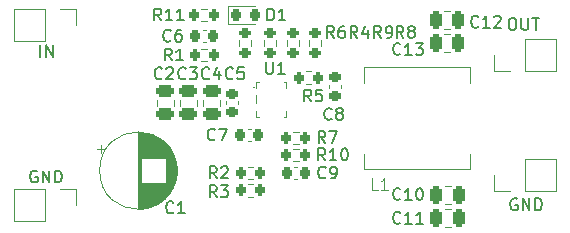
<source format=gto>
G04 #@! TF.GenerationSoftware,KiCad,Pcbnew,8.0.5*
G04 #@! TF.CreationDate,2024-10-13T18:51:58+02:00*
G04 #@! TF.ProjectId,DCDC_converter,44434443-5f63-46f6-9e76-65727465722e,rev?*
G04 #@! TF.SameCoordinates,Original*
G04 #@! TF.FileFunction,Legend,Top*
G04 #@! TF.FilePolarity,Positive*
%FSLAX46Y46*%
G04 Gerber Fmt 4.6, Leading zero omitted, Abs format (unit mm)*
G04 Created by KiCad (PCBNEW 8.0.5) date 2024-10-13 18:51:58*
%MOMM*%
%LPD*%
G01*
G04 APERTURE LIST*
G04 Aperture macros list*
%AMRoundRect*
0 Rectangle with rounded corners*
0 $1 Rounding radius*
0 $2 $3 $4 $5 $6 $7 $8 $9 X,Y pos of 4 corners*
0 Add a 4 corners polygon primitive as box body*
4,1,4,$2,$3,$4,$5,$6,$7,$8,$9,$2,$3,0*
0 Add four circle primitives for the rounded corners*
1,1,$1+$1,$2,$3*
1,1,$1+$1,$4,$5*
1,1,$1+$1,$6,$7*
1,1,$1+$1,$8,$9*
0 Add four rect primitives between the rounded corners*
20,1,$1+$1,$2,$3,$4,$5,0*
20,1,$1+$1,$4,$5,$6,$7,0*
20,1,$1+$1,$6,$7,$8,$9,0*
20,1,$1+$1,$8,$9,$2,$3,0*%
G04 Aperture macros list end*
%ADD10C,0.150000*%
%ADD11C,0.100000*%
%ADD12C,0.120000*%
%ADD13C,0.049999*%
%ADD14R,2.413000X5.334000*%
%ADD15C,1.000000*%
%ADD16RoundRect,0.250000X0.250000X0.475000X-0.250000X0.475000X-0.250000X-0.475000X0.250000X-0.475000X0*%
%ADD17RoundRect,0.200000X-0.200000X-0.275000X0.200000X-0.275000X0.200000X0.275000X-0.200000X0.275000X0*%
%ADD18RoundRect,0.250000X-0.475000X0.250000X-0.475000X-0.250000X0.475000X-0.250000X0.475000X0.250000X0*%
%ADD19RoundRect,0.200000X-0.275000X0.200000X-0.275000X-0.200000X0.275000X-0.200000X0.275000X0.200000X0*%
%ADD20RoundRect,0.200000X0.275000X-0.200000X0.275000X0.200000X-0.275000X0.200000X-0.275000X-0.200000X0*%
%ADD21RoundRect,0.225000X0.225000X0.250000X-0.225000X0.250000X-0.225000X-0.250000X0.225000X-0.250000X0*%
%ADD22O,1.700000X1.700000*%
%ADD23R,1.700000X1.700000*%
%ADD24RoundRect,0.200000X0.200000X0.275000X-0.200000X0.275000X-0.200000X-0.275000X0.200000X-0.275000X0*%
%ADD25R,1.600000X1.600000*%
%ADD26C,1.600000*%
%ADD27RoundRect,0.218750X-0.218750X-0.256250X0.218750X-0.256250X0.218750X0.256250X-0.218750X0.256250X0*%
%ADD28RoundRect,0.225000X0.250000X-0.225000X0.250000X0.225000X-0.250000X0.225000X-0.250000X-0.225000X0*%
%ADD29RoundRect,0.225000X-0.250000X0.225000X-0.250000X-0.225000X0.250000X-0.225000X0.250000X0.225000X0*%
%ADD30R,1.500000X0.300000*%
%ADD31R,0.250000X0.700000*%
%ADD32R,0.700000X0.300000*%
G04 APERTURE END LIST*
D10*
X94635588Y-66842438D02*
X94540350Y-66794819D01*
X94540350Y-66794819D02*
X94397493Y-66794819D01*
X94397493Y-66794819D02*
X94254636Y-66842438D01*
X94254636Y-66842438D02*
X94159398Y-66937676D01*
X94159398Y-66937676D02*
X94111779Y-67032914D01*
X94111779Y-67032914D02*
X94064160Y-67223390D01*
X94064160Y-67223390D02*
X94064160Y-67366247D01*
X94064160Y-67366247D02*
X94111779Y-67556723D01*
X94111779Y-67556723D02*
X94159398Y-67651961D01*
X94159398Y-67651961D02*
X94254636Y-67747200D01*
X94254636Y-67747200D02*
X94397493Y-67794819D01*
X94397493Y-67794819D02*
X94492731Y-67794819D01*
X94492731Y-67794819D02*
X94635588Y-67747200D01*
X94635588Y-67747200D02*
X94683207Y-67699580D01*
X94683207Y-67699580D02*
X94683207Y-67366247D01*
X94683207Y-67366247D02*
X94492731Y-67366247D01*
X95111779Y-67794819D02*
X95111779Y-66794819D01*
X95111779Y-66794819D02*
X95683207Y-67794819D01*
X95683207Y-67794819D02*
X95683207Y-66794819D01*
X96159398Y-67794819D02*
X96159398Y-66794819D01*
X96159398Y-66794819D02*
X96397493Y-66794819D01*
X96397493Y-66794819D02*
X96540350Y-66842438D01*
X96540350Y-66842438D02*
X96635588Y-66937676D01*
X96635588Y-66937676D02*
X96683207Y-67032914D01*
X96683207Y-67032914D02*
X96730826Y-67223390D01*
X96730826Y-67223390D02*
X96730826Y-67366247D01*
X96730826Y-67366247D02*
X96683207Y-67556723D01*
X96683207Y-67556723D02*
X96635588Y-67651961D01*
X96635588Y-67651961D02*
X96540350Y-67747200D01*
X96540350Y-67747200D02*
X96397493Y-67794819D01*
X96397493Y-67794819D02*
X96159398Y-67794819D01*
X53985588Y-64492438D02*
X53890350Y-64444819D01*
X53890350Y-64444819D02*
X53747493Y-64444819D01*
X53747493Y-64444819D02*
X53604636Y-64492438D01*
X53604636Y-64492438D02*
X53509398Y-64587676D01*
X53509398Y-64587676D02*
X53461779Y-64682914D01*
X53461779Y-64682914D02*
X53414160Y-64873390D01*
X53414160Y-64873390D02*
X53414160Y-65016247D01*
X53414160Y-65016247D02*
X53461779Y-65206723D01*
X53461779Y-65206723D02*
X53509398Y-65301961D01*
X53509398Y-65301961D02*
X53604636Y-65397200D01*
X53604636Y-65397200D02*
X53747493Y-65444819D01*
X53747493Y-65444819D02*
X53842731Y-65444819D01*
X53842731Y-65444819D02*
X53985588Y-65397200D01*
X53985588Y-65397200D02*
X54033207Y-65349580D01*
X54033207Y-65349580D02*
X54033207Y-65016247D01*
X54033207Y-65016247D02*
X53842731Y-65016247D01*
X54461779Y-65444819D02*
X54461779Y-64444819D01*
X54461779Y-64444819D02*
X55033207Y-65444819D01*
X55033207Y-65444819D02*
X55033207Y-64444819D01*
X55509398Y-65444819D02*
X55509398Y-64444819D01*
X55509398Y-64444819D02*
X55747493Y-64444819D01*
X55747493Y-64444819D02*
X55890350Y-64492438D01*
X55890350Y-64492438D02*
X55985588Y-64587676D01*
X55985588Y-64587676D02*
X56033207Y-64682914D01*
X56033207Y-64682914D02*
X56080826Y-64873390D01*
X56080826Y-64873390D02*
X56080826Y-65016247D01*
X56080826Y-65016247D02*
X56033207Y-65206723D01*
X56033207Y-65206723D02*
X55985588Y-65301961D01*
X55985588Y-65301961D02*
X55890350Y-65397200D01*
X55890350Y-65397200D02*
X55747493Y-65444819D01*
X55747493Y-65444819D02*
X55509398Y-65444819D01*
X94152255Y-51519819D02*
X94342731Y-51519819D01*
X94342731Y-51519819D02*
X94437969Y-51567438D01*
X94437969Y-51567438D02*
X94533207Y-51662676D01*
X94533207Y-51662676D02*
X94580826Y-51853152D01*
X94580826Y-51853152D02*
X94580826Y-52186485D01*
X94580826Y-52186485D02*
X94533207Y-52376961D01*
X94533207Y-52376961D02*
X94437969Y-52472200D01*
X94437969Y-52472200D02*
X94342731Y-52519819D01*
X94342731Y-52519819D02*
X94152255Y-52519819D01*
X94152255Y-52519819D02*
X94057017Y-52472200D01*
X94057017Y-52472200D02*
X93961779Y-52376961D01*
X93961779Y-52376961D02*
X93914160Y-52186485D01*
X93914160Y-52186485D02*
X93914160Y-51853152D01*
X93914160Y-51853152D02*
X93961779Y-51662676D01*
X93961779Y-51662676D02*
X94057017Y-51567438D01*
X94057017Y-51567438D02*
X94152255Y-51519819D01*
X95009398Y-51519819D02*
X95009398Y-52329342D01*
X95009398Y-52329342D02*
X95057017Y-52424580D01*
X95057017Y-52424580D02*
X95104636Y-52472200D01*
X95104636Y-52472200D02*
X95199874Y-52519819D01*
X95199874Y-52519819D02*
X95390350Y-52519819D01*
X95390350Y-52519819D02*
X95485588Y-52472200D01*
X95485588Y-52472200D02*
X95533207Y-52424580D01*
X95533207Y-52424580D02*
X95580826Y-52329342D01*
X95580826Y-52329342D02*
X95580826Y-51519819D01*
X95914160Y-51519819D02*
X96485588Y-51519819D01*
X96199874Y-52519819D02*
X96199874Y-51519819D01*
X54286779Y-54819819D02*
X54286779Y-53819819D01*
X54762969Y-54819819D02*
X54762969Y-53819819D01*
X54762969Y-53819819D02*
X55334397Y-54819819D01*
X55334397Y-54819819D02*
X55334397Y-53819819D01*
D11*
X82833333Y-66057419D02*
X82357143Y-66057419D01*
X82357143Y-66057419D02*
X82357143Y-65057419D01*
X83690476Y-66057419D02*
X83119048Y-66057419D01*
X83404762Y-66057419D02*
X83404762Y-65057419D01*
X83404762Y-65057419D02*
X83309524Y-65200276D01*
X83309524Y-65200276D02*
X83214286Y-65295514D01*
X83214286Y-65295514D02*
X83119048Y-65343133D01*
D10*
X84757142Y-54559580D02*
X84709523Y-54607200D01*
X84709523Y-54607200D02*
X84566666Y-54654819D01*
X84566666Y-54654819D02*
X84471428Y-54654819D01*
X84471428Y-54654819D02*
X84328571Y-54607200D01*
X84328571Y-54607200D02*
X84233333Y-54511961D01*
X84233333Y-54511961D02*
X84185714Y-54416723D01*
X84185714Y-54416723D02*
X84138095Y-54226247D01*
X84138095Y-54226247D02*
X84138095Y-54083390D01*
X84138095Y-54083390D02*
X84185714Y-53892914D01*
X84185714Y-53892914D02*
X84233333Y-53797676D01*
X84233333Y-53797676D02*
X84328571Y-53702438D01*
X84328571Y-53702438D02*
X84471428Y-53654819D01*
X84471428Y-53654819D02*
X84566666Y-53654819D01*
X84566666Y-53654819D02*
X84709523Y-53702438D01*
X84709523Y-53702438D02*
X84757142Y-53750057D01*
X85709523Y-54654819D02*
X85138095Y-54654819D01*
X85423809Y-54654819D02*
X85423809Y-53654819D01*
X85423809Y-53654819D02*
X85328571Y-53797676D01*
X85328571Y-53797676D02*
X85233333Y-53892914D01*
X85233333Y-53892914D02*
X85138095Y-53940533D01*
X86042857Y-53654819D02*
X86661904Y-53654819D01*
X86661904Y-53654819D02*
X86328571Y-54035771D01*
X86328571Y-54035771D02*
X86471428Y-54035771D01*
X86471428Y-54035771D02*
X86566666Y-54083390D01*
X86566666Y-54083390D02*
X86614285Y-54131009D01*
X86614285Y-54131009D02*
X86661904Y-54226247D01*
X86661904Y-54226247D02*
X86661904Y-54464342D01*
X86661904Y-54464342D02*
X86614285Y-54559580D01*
X86614285Y-54559580D02*
X86566666Y-54607200D01*
X86566666Y-54607200D02*
X86471428Y-54654819D01*
X86471428Y-54654819D02*
X86185714Y-54654819D01*
X86185714Y-54654819D02*
X86090476Y-54607200D01*
X86090476Y-54607200D02*
X86042857Y-54559580D01*
X64494642Y-51729819D02*
X64161309Y-51253628D01*
X63923214Y-51729819D02*
X63923214Y-50729819D01*
X63923214Y-50729819D02*
X64304166Y-50729819D01*
X64304166Y-50729819D02*
X64399404Y-50777438D01*
X64399404Y-50777438D02*
X64447023Y-50825057D01*
X64447023Y-50825057D02*
X64494642Y-50920295D01*
X64494642Y-50920295D02*
X64494642Y-51063152D01*
X64494642Y-51063152D02*
X64447023Y-51158390D01*
X64447023Y-51158390D02*
X64399404Y-51206009D01*
X64399404Y-51206009D02*
X64304166Y-51253628D01*
X64304166Y-51253628D02*
X63923214Y-51253628D01*
X65447023Y-51729819D02*
X64875595Y-51729819D01*
X65161309Y-51729819D02*
X65161309Y-50729819D01*
X65161309Y-50729819D02*
X65066071Y-50872676D01*
X65066071Y-50872676D02*
X64970833Y-50967914D01*
X64970833Y-50967914D02*
X64875595Y-51015533D01*
X66399404Y-51729819D02*
X65827976Y-51729819D01*
X66113690Y-51729819D02*
X66113690Y-50729819D01*
X66113690Y-50729819D02*
X66018452Y-50872676D01*
X66018452Y-50872676D02*
X65923214Y-50967914D01*
X65923214Y-50967914D02*
X65827976Y-51015533D01*
X68570833Y-56609580D02*
X68523214Y-56657200D01*
X68523214Y-56657200D02*
X68380357Y-56704819D01*
X68380357Y-56704819D02*
X68285119Y-56704819D01*
X68285119Y-56704819D02*
X68142262Y-56657200D01*
X68142262Y-56657200D02*
X68047024Y-56561961D01*
X68047024Y-56561961D02*
X67999405Y-56466723D01*
X67999405Y-56466723D02*
X67951786Y-56276247D01*
X67951786Y-56276247D02*
X67951786Y-56133390D01*
X67951786Y-56133390D02*
X67999405Y-55942914D01*
X67999405Y-55942914D02*
X68047024Y-55847676D01*
X68047024Y-55847676D02*
X68142262Y-55752438D01*
X68142262Y-55752438D02*
X68285119Y-55704819D01*
X68285119Y-55704819D02*
X68380357Y-55704819D01*
X68380357Y-55704819D02*
X68523214Y-55752438D01*
X68523214Y-55752438D02*
X68570833Y-55800057D01*
X69427976Y-56038152D02*
X69427976Y-56704819D01*
X69189881Y-55657200D02*
X68951786Y-56371485D01*
X68951786Y-56371485D02*
X69570833Y-56371485D01*
X84762142Y-68839580D02*
X84714523Y-68887200D01*
X84714523Y-68887200D02*
X84571666Y-68934819D01*
X84571666Y-68934819D02*
X84476428Y-68934819D01*
X84476428Y-68934819D02*
X84333571Y-68887200D01*
X84333571Y-68887200D02*
X84238333Y-68791961D01*
X84238333Y-68791961D02*
X84190714Y-68696723D01*
X84190714Y-68696723D02*
X84143095Y-68506247D01*
X84143095Y-68506247D02*
X84143095Y-68363390D01*
X84143095Y-68363390D02*
X84190714Y-68172914D01*
X84190714Y-68172914D02*
X84238333Y-68077676D01*
X84238333Y-68077676D02*
X84333571Y-67982438D01*
X84333571Y-67982438D02*
X84476428Y-67934819D01*
X84476428Y-67934819D02*
X84571666Y-67934819D01*
X84571666Y-67934819D02*
X84714523Y-67982438D01*
X84714523Y-67982438D02*
X84762142Y-68030057D01*
X85714523Y-68934819D02*
X85143095Y-68934819D01*
X85428809Y-68934819D02*
X85428809Y-67934819D01*
X85428809Y-67934819D02*
X85333571Y-68077676D01*
X85333571Y-68077676D02*
X85238333Y-68172914D01*
X85238333Y-68172914D02*
X85143095Y-68220533D01*
X86666904Y-68934819D02*
X86095476Y-68934819D01*
X86381190Y-68934819D02*
X86381190Y-67934819D01*
X86381190Y-67934819D02*
X86285952Y-68077676D01*
X86285952Y-68077676D02*
X86190714Y-68172914D01*
X86190714Y-68172914D02*
X86095476Y-68220533D01*
X85020833Y-53204819D02*
X84687500Y-52728628D01*
X84449405Y-53204819D02*
X84449405Y-52204819D01*
X84449405Y-52204819D02*
X84830357Y-52204819D01*
X84830357Y-52204819D02*
X84925595Y-52252438D01*
X84925595Y-52252438D02*
X84973214Y-52300057D01*
X84973214Y-52300057D02*
X85020833Y-52395295D01*
X85020833Y-52395295D02*
X85020833Y-52538152D01*
X85020833Y-52538152D02*
X84973214Y-52633390D01*
X84973214Y-52633390D02*
X84925595Y-52681009D01*
X84925595Y-52681009D02*
X84830357Y-52728628D01*
X84830357Y-52728628D02*
X84449405Y-52728628D01*
X85592262Y-52633390D02*
X85497024Y-52585771D01*
X85497024Y-52585771D02*
X85449405Y-52538152D01*
X85449405Y-52538152D02*
X85401786Y-52442914D01*
X85401786Y-52442914D02*
X85401786Y-52395295D01*
X85401786Y-52395295D02*
X85449405Y-52300057D01*
X85449405Y-52300057D02*
X85497024Y-52252438D01*
X85497024Y-52252438D02*
X85592262Y-52204819D01*
X85592262Y-52204819D02*
X85782738Y-52204819D01*
X85782738Y-52204819D02*
X85877976Y-52252438D01*
X85877976Y-52252438D02*
X85925595Y-52300057D01*
X85925595Y-52300057D02*
X85973214Y-52395295D01*
X85973214Y-52395295D02*
X85973214Y-52442914D01*
X85973214Y-52442914D02*
X85925595Y-52538152D01*
X85925595Y-52538152D02*
X85877976Y-52585771D01*
X85877976Y-52585771D02*
X85782738Y-52633390D01*
X85782738Y-52633390D02*
X85592262Y-52633390D01*
X85592262Y-52633390D02*
X85497024Y-52681009D01*
X85497024Y-52681009D02*
X85449405Y-52728628D01*
X85449405Y-52728628D02*
X85401786Y-52823866D01*
X85401786Y-52823866D02*
X85401786Y-53014342D01*
X85401786Y-53014342D02*
X85449405Y-53109580D01*
X85449405Y-53109580D02*
X85497024Y-53157200D01*
X85497024Y-53157200D02*
X85592262Y-53204819D01*
X85592262Y-53204819D02*
X85782738Y-53204819D01*
X85782738Y-53204819D02*
X85877976Y-53157200D01*
X85877976Y-53157200D02*
X85925595Y-53109580D01*
X85925595Y-53109580D02*
X85973214Y-53014342D01*
X85973214Y-53014342D02*
X85973214Y-52823866D01*
X85973214Y-52823866D02*
X85925595Y-52728628D01*
X85925595Y-52728628D02*
X85877976Y-52681009D01*
X85877976Y-52681009D02*
X85782738Y-52633390D01*
X81120833Y-53204819D02*
X80787500Y-52728628D01*
X80549405Y-53204819D02*
X80549405Y-52204819D01*
X80549405Y-52204819D02*
X80930357Y-52204819D01*
X80930357Y-52204819D02*
X81025595Y-52252438D01*
X81025595Y-52252438D02*
X81073214Y-52300057D01*
X81073214Y-52300057D02*
X81120833Y-52395295D01*
X81120833Y-52395295D02*
X81120833Y-52538152D01*
X81120833Y-52538152D02*
X81073214Y-52633390D01*
X81073214Y-52633390D02*
X81025595Y-52681009D01*
X81025595Y-52681009D02*
X80930357Y-52728628D01*
X80930357Y-52728628D02*
X80549405Y-52728628D01*
X81977976Y-52538152D02*
X81977976Y-53204819D01*
X81739881Y-52157200D02*
X81501786Y-52871485D01*
X81501786Y-52871485D02*
X82120833Y-52871485D01*
X65305833Y-53419580D02*
X65258214Y-53467200D01*
X65258214Y-53467200D02*
X65115357Y-53514819D01*
X65115357Y-53514819D02*
X65020119Y-53514819D01*
X65020119Y-53514819D02*
X64877262Y-53467200D01*
X64877262Y-53467200D02*
X64782024Y-53371961D01*
X64782024Y-53371961D02*
X64734405Y-53276723D01*
X64734405Y-53276723D02*
X64686786Y-53086247D01*
X64686786Y-53086247D02*
X64686786Y-52943390D01*
X64686786Y-52943390D02*
X64734405Y-52752914D01*
X64734405Y-52752914D02*
X64782024Y-52657676D01*
X64782024Y-52657676D02*
X64877262Y-52562438D01*
X64877262Y-52562438D02*
X65020119Y-52514819D01*
X65020119Y-52514819D02*
X65115357Y-52514819D01*
X65115357Y-52514819D02*
X65258214Y-52562438D01*
X65258214Y-52562438D02*
X65305833Y-52610057D01*
X66162976Y-52514819D02*
X65972500Y-52514819D01*
X65972500Y-52514819D02*
X65877262Y-52562438D01*
X65877262Y-52562438D02*
X65829643Y-52610057D01*
X65829643Y-52610057D02*
X65734405Y-52752914D01*
X65734405Y-52752914D02*
X65686786Y-52943390D01*
X65686786Y-52943390D02*
X65686786Y-53324342D01*
X65686786Y-53324342D02*
X65734405Y-53419580D01*
X65734405Y-53419580D02*
X65782024Y-53467200D01*
X65782024Y-53467200D02*
X65877262Y-53514819D01*
X65877262Y-53514819D02*
X66067738Y-53514819D01*
X66067738Y-53514819D02*
X66162976Y-53467200D01*
X66162976Y-53467200D02*
X66210595Y-53419580D01*
X66210595Y-53419580D02*
X66258214Y-53324342D01*
X66258214Y-53324342D02*
X66258214Y-53086247D01*
X66258214Y-53086247D02*
X66210595Y-52991009D01*
X66210595Y-52991009D02*
X66162976Y-52943390D01*
X66162976Y-52943390D02*
X66067738Y-52895771D01*
X66067738Y-52895771D02*
X65877262Y-52895771D01*
X65877262Y-52895771D02*
X65782024Y-52943390D01*
X65782024Y-52943390D02*
X65734405Y-52991009D01*
X65734405Y-52991009D02*
X65686786Y-53086247D01*
X69205833Y-65089819D02*
X68872500Y-64613628D01*
X68634405Y-65089819D02*
X68634405Y-64089819D01*
X68634405Y-64089819D02*
X69015357Y-64089819D01*
X69015357Y-64089819D02*
X69110595Y-64137438D01*
X69110595Y-64137438D02*
X69158214Y-64185057D01*
X69158214Y-64185057D02*
X69205833Y-64280295D01*
X69205833Y-64280295D02*
X69205833Y-64423152D01*
X69205833Y-64423152D02*
X69158214Y-64518390D01*
X69158214Y-64518390D02*
X69110595Y-64566009D01*
X69110595Y-64566009D02*
X69015357Y-64613628D01*
X69015357Y-64613628D02*
X68634405Y-64613628D01*
X69586786Y-64185057D02*
X69634405Y-64137438D01*
X69634405Y-64137438D02*
X69729643Y-64089819D01*
X69729643Y-64089819D02*
X69967738Y-64089819D01*
X69967738Y-64089819D02*
X70062976Y-64137438D01*
X70062976Y-64137438D02*
X70110595Y-64185057D01*
X70110595Y-64185057D02*
X70158214Y-64280295D01*
X70158214Y-64280295D02*
X70158214Y-64375533D01*
X70158214Y-64375533D02*
X70110595Y-64518390D01*
X70110595Y-64518390D02*
X69539167Y-65089819D01*
X69539167Y-65089819D02*
X70158214Y-65089819D01*
X65405833Y-55114819D02*
X65072500Y-54638628D01*
X64834405Y-55114819D02*
X64834405Y-54114819D01*
X64834405Y-54114819D02*
X65215357Y-54114819D01*
X65215357Y-54114819D02*
X65310595Y-54162438D01*
X65310595Y-54162438D02*
X65358214Y-54210057D01*
X65358214Y-54210057D02*
X65405833Y-54305295D01*
X65405833Y-54305295D02*
X65405833Y-54448152D01*
X65405833Y-54448152D02*
X65358214Y-54543390D01*
X65358214Y-54543390D02*
X65310595Y-54591009D01*
X65310595Y-54591009D02*
X65215357Y-54638628D01*
X65215357Y-54638628D02*
X64834405Y-54638628D01*
X66358214Y-55114819D02*
X65786786Y-55114819D01*
X66072500Y-55114819D02*
X66072500Y-54114819D01*
X66072500Y-54114819D02*
X65977262Y-54257676D01*
X65977262Y-54257676D02*
X65882024Y-54352914D01*
X65882024Y-54352914D02*
X65786786Y-54400533D01*
X78394642Y-63569819D02*
X78061309Y-63093628D01*
X77823214Y-63569819D02*
X77823214Y-62569819D01*
X77823214Y-62569819D02*
X78204166Y-62569819D01*
X78204166Y-62569819D02*
X78299404Y-62617438D01*
X78299404Y-62617438D02*
X78347023Y-62665057D01*
X78347023Y-62665057D02*
X78394642Y-62760295D01*
X78394642Y-62760295D02*
X78394642Y-62903152D01*
X78394642Y-62903152D02*
X78347023Y-62998390D01*
X78347023Y-62998390D02*
X78299404Y-63046009D01*
X78299404Y-63046009D02*
X78204166Y-63093628D01*
X78204166Y-63093628D02*
X77823214Y-63093628D01*
X79347023Y-63569819D02*
X78775595Y-63569819D01*
X79061309Y-63569819D02*
X79061309Y-62569819D01*
X79061309Y-62569819D02*
X78966071Y-62712676D01*
X78966071Y-62712676D02*
X78870833Y-62807914D01*
X78870833Y-62807914D02*
X78775595Y-62855533D01*
X79966071Y-62569819D02*
X80061309Y-62569819D01*
X80061309Y-62569819D02*
X80156547Y-62617438D01*
X80156547Y-62617438D02*
X80204166Y-62665057D01*
X80204166Y-62665057D02*
X80251785Y-62760295D01*
X80251785Y-62760295D02*
X80299404Y-62950771D01*
X80299404Y-62950771D02*
X80299404Y-63188866D01*
X80299404Y-63188866D02*
X80251785Y-63379342D01*
X80251785Y-63379342D02*
X80204166Y-63474580D01*
X80204166Y-63474580D02*
X80156547Y-63522200D01*
X80156547Y-63522200D02*
X80061309Y-63569819D01*
X80061309Y-63569819D02*
X79966071Y-63569819D01*
X79966071Y-63569819D02*
X79870833Y-63522200D01*
X79870833Y-63522200D02*
X79823214Y-63474580D01*
X79823214Y-63474580D02*
X79775595Y-63379342D01*
X79775595Y-63379342D02*
X79727976Y-63188866D01*
X79727976Y-63188866D02*
X79727976Y-62950771D01*
X79727976Y-62950771D02*
X79775595Y-62760295D01*
X79775595Y-62760295D02*
X79823214Y-62665057D01*
X79823214Y-62665057D02*
X79870833Y-62617438D01*
X79870833Y-62617438D02*
X79966071Y-62569819D01*
X65533333Y-67959580D02*
X65485714Y-68007200D01*
X65485714Y-68007200D02*
X65342857Y-68054819D01*
X65342857Y-68054819D02*
X65247619Y-68054819D01*
X65247619Y-68054819D02*
X65104762Y-68007200D01*
X65104762Y-68007200D02*
X65009524Y-67911961D01*
X65009524Y-67911961D02*
X64961905Y-67816723D01*
X64961905Y-67816723D02*
X64914286Y-67626247D01*
X64914286Y-67626247D02*
X64914286Y-67483390D01*
X64914286Y-67483390D02*
X64961905Y-67292914D01*
X64961905Y-67292914D02*
X65009524Y-67197676D01*
X65009524Y-67197676D02*
X65104762Y-67102438D01*
X65104762Y-67102438D02*
X65247619Y-67054819D01*
X65247619Y-67054819D02*
X65342857Y-67054819D01*
X65342857Y-67054819D02*
X65485714Y-67102438D01*
X65485714Y-67102438D02*
X65533333Y-67150057D01*
X66485714Y-68054819D02*
X65914286Y-68054819D01*
X66200000Y-68054819D02*
X66200000Y-67054819D01*
X66200000Y-67054819D02*
X66104762Y-67197676D01*
X66104762Y-67197676D02*
X66009524Y-67292914D01*
X66009524Y-67292914D02*
X65914286Y-67340533D01*
X73499405Y-51729819D02*
X73499405Y-50729819D01*
X73499405Y-50729819D02*
X73737500Y-50729819D01*
X73737500Y-50729819D02*
X73880357Y-50777438D01*
X73880357Y-50777438D02*
X73975595Y-50872676D01*
X73975595Y-50872676D02*
X74023214Y-50967914D01*
X74023214Y-50967914D02*
X74070833Y-51158390D01*
X74070833Y-51158390D02*
X74070833Y-51301247D01*
X74070833Y-51301247D02*
X74023214Y-51491723D01*
X74023214Y-51491723D02*
X73975595Y-51586961D01*
X73975595Y-51586961D02*
X73880357Y-51682200D01*
X73880357Y-51682200D02*
X73737500Y-51729819D01*
X73737500Y-51729819D02*
X73499405Y-51729819D01*
X75023214Y-51729819D02*
X74451786Y-51729819D01*
X74737500Y-51729819D02*
X74737500Y-50729819D01*
X74737500Y-50729819D02*
X74642262Y-50872676D01*
X74642262Y-50872676D02*
X74547024Y-50967914D01*
X74547024Y-50967914D02*
X74451786Y-51015533D01*
X78933333Y-60059580D02*
X78885714Y-60107200D01*
X78885714Y-60107200D02*
X78742857Y-60154819D01*
X78742857Y-60154819D02*
X78647619Y-60154819D01*
X78647619Y-60154819D02*
X78504762Y-60107200D01*
X78504762Y-60107200D02*
X78409524Y-60011961D01*
X78409524Y-60011961D02*
X78361905Y-59916723D01*
X78361905Y-59916723D02*
X78314286Y-59726247D01*
X78314286Y-59726247D02*
X78314286Y-59583390D01*
X78314286Y-59583390D02*
X78361905Y-59392914D01*
X78361905Y-59392914D02*
X78409524Y-59297676D01*
X78409524Y-59297676D02*
X78504762Y-59202438D01*
X78504762Y-59202438D02*
X78647619Y-59154819D01*
X78647619Y-59154819D02*
X78742857Y-59154819D01*
X78742857Y-59154819D02*
X78885714Y-59202438D01*
X78885714Y-59202438D02*
X78933333Y-59250057D01*
X79504762Y-59583390D02*
X79409524Y-59535771D01*
X79409524Y-59535771D02*
X79361905Y-59488152D01*
X79361905Y-59488152D02*
X79314286Y-59392914D01*
X79314286Y-59392914D02*
X79314286Y-59345295D01*
X79314286Y-59345295D02*
X79361905Y-59250057D01*
X79361905Y-59250057D02*
X79409524Y-59202438D01*
X79409524Y-59202438D02*
X79504762Y-59154819D01*
X79504762Y-59154819D02*
X79695238Y-59154819D01*
X79695238Y-59154819D02*
X79790476Y-59202438D01*
X79790476Y-59202438D02*
X79838095Y-59250057D01*
X79838095Y-59250057D02*
X79885714Y-59345295D01*
X79885714Y-59345295D02*
X79885714Y-59392914D01*
X79885714Y-59392914D02*
X79838095Y-59488152D01*
X79838095Y-59488152D02*
X79790476Y-59535771D01*
X79790476Y-59535771D02*
X79695238Y-59583390D01*
X79695238Y-59583390D02*
X79504762Y-59583390D01*
X79504762Y-59583390D02*
X79409524Y-59631009D01*
X79409524Y-59631009D02*
X79361905Y-59678628D01*
X79361905Y-59678628D02*
X79314286Y-59773866D01*
X79314286Y-59773866D02*
X79314286Y-59964342D01*
X79314286Y-59964342D02*
X79361905Y-60059580D01*
X79361905Y-60059580D02*
X79409524Y-60107200D01*
X79409524Y-60107200D02*
X79504762Y-60154819D01*
X79504762Y-60154819D02*
X79695238Y-60154819D01*
X79695238Y-60154819D02*
X79790476Y-60107200D01*
X79790476Y-60107200D02*
X79838095Y-60059580D01*
X79838095Y-60059580D02*
X79885714Y-59964342D01*
X79885714Y-59964342D02*
X79885714Y-59773866D01*
X79885714Y-59773866D02*
X79838095Y-59678628D01*
X79838095Y-59678628D02*
X79790476Y-59631009D01*
X79790476Y-59631009D02*
X79695238Y-59583390D01*
X69205833Y-66689819D02*
X68872500Y-66213628D01*
X68634405Y-66689819D02*
X68634405Y-65689819D01*
X68634405Y-65689819D02*
X69015357Y-65689819D01*
X69015357Y-65689819D02*
X69110595Y-65737438D01*
X69110595Y-65737438D02*
X69158214Y-65785057D01*
X69158214Y-65785057D02*
X69205833Y-65880295D01*
X69205833Y-65880295D02*
X69205833Y-66023152D01*
X69205833Y-66023152D02*
X69158214Y-66118390D01*
X69158214Y-66118390D02*
X69110595Y-66166009D01*
X69110595Y-66166009D02*
X69015357Y-66213628D01*
X69015357Y-66213628D02*
X68634405Y-66213628D01*
X69539167Y-65689819D02*
X70158214Y-65689819D01*
X70158214Y-65689819D02*
X69824881Y-66070771D01*
X69824881Y-66070771D02*
X69967738Y-66070771D01*
X69967738Y-66070771D02*
X70062976Y-66118390D01*
X70062976Y-66118390D02*
X70110595Y-66166009D01*
X70110595Y-66166009D02*
X70158214Y-66261247D01*
X70158214Y-66261247D02*
X70158214Y-66499342D01*
X70158214Y-66499342D02*
X70110595Y-66594580D01*
X70110595Y-66594580D02*
X70062976Y-66642200D01*
X70062976Y-66642200D02*
X69967738Y-66689819D01*
X69967738Y-66689819D02*
X69682024Y-66689819D01*
X69682024Y-66689819D02*
X69586786Y-66642200D01*
X69586786Y-66642200D02*
X69539167Y-66594580D01*
X78405833Y-62089819D02*
X78072500Y-61613628D01*
X77834405Y-62089819D02*
X77834405Y-61089819D01*
X77834405Y-61089819D02*
X78215357Y-61089819D01*
X78215357Y-61089819D02*
X78310595Y-61137438D01*
X78310595Y-61137438D02*
X78358214Y-61185057D01*
X78358214Y-61185057D02*
X78405833Y-61280295D01*
X78405833Y-61280295D02*
X78405833Y-61423152D01*
X78405833Y-61423152D02*
X78358214Y-61518390D01*
X78358214Y-61518390D02*
X78310595Y-61566009D01*
X78310595Y-61566009D02*
X78215357Y-61613628D01*
X78215357Y-61613628D02*
X77834405Y-61613628D01*
X78739167Y-61089819D02*
X79405833Y-61089819D01*
X79405833Y-61089819D02*
X78977262Y-62089819D01*
X79120833Y-53204819D02*
X78787500Y-52728628D01*
X78549405Y-53204819D02*
X78549405Y-52204819D01*
X78549405Y-52204819D02*
X78930357Y-52204819D01*
X78930357Y-52204819D02*
X79025595Y-52252438D01*
X79025595Y-52252438D02*
X79073214Y-52300057D01*
X79073214Y-52300057D02*
X79120833Y-52395295D01*
X79120833Y-52395295D02*
X79120833Y-52538152D01*
X79120833Y-52538152D02*
X79073214Y-52633390D01*
X79073214Y-52633390D02*
X79025595Y-52681009D01*
X79025595Y-52681009D02*
X78930357Y-52728628D01*
X78930357Y-52728628D02*
X78549405Y-52728628D01*
X79977976Y-52204819D02*
X79787500Y-52204819D01*
X79787500Y-52204819D02*
X79692262Y-52252438D01*
X79692262Y-52252438D02*
X79644643Y-52300057D01*
X79644643Y-52300057D02*
X79549405Y-52442914D01*
X79549405Y-52442914D02*
X79501786Y-52633390D01*
X79501786Y-52633390D02*
X79501786Y-53014342D01*
X79501786Y-53014342D02*
X79549405Y-53109580D01*
X79549405Y-53109580D02*
X79597024Y-53157200D01*
X79597024Y-53157200D02*
X79692262Y-53204819D01*
X79692262Y-53204819D02*
X79882738Y-53204819D01*
X79882738Y-53204819D02*
X79977976Y-53157200D01*
X79977976Y-53157200D02*
X80025595Y-53109580D01*
X80025595Y-53109580D02*
X80073214Y-53014342D01*
X80073214Y-53014342D02*
X80073214Y-52776247D01*
X80073214Y-52776247D02*
X80025595Y-52681009D01*
X80025595Y-52681009D02*
X79977976Y-52633390D01*
X79977976Y-52633390D02*
X79882738Y-52585771D01*
X79882738Y-52585771D02*
X79692262Y-52585771D01*
X79692262Y-52585771D02*
X79597024Y-52633390D01*
X79597024Y-52633390D02*
X79549405Y-52681009D01*
X79549405Y-52681009D02*
X79501786Y-52776247D01*
X78420833Y-65009580D02*
X78373214Y-65057200D01*
X78373214Y-65057200D02*
X78230357Y-65104819D01*
X78230357Y-65104819D02*
X78135119Y-65104819D01*
X78135119Y-65104819D02*
X77992262Y-65057200D01*
X77992262Y-65057200D02*
X77897024Y-64961961D01*
X77897024Y-64961961D02*
X77849405Y-64866723D01*
X77849405Y-64866723D02*
X77801786Y-64676247D01*
X77801786Y-64676247D02*
X77801786Y-64533390D01*
X77801786Y-64533390D02*
X77849405Y-64342914D01*
X77849405Y-64342914D02*
X77897024Y-64247676D01*
X77897024Y-64247676D02*
X77992262Y-64152438D01*
X77992262Y-64152438D02*
X78135119Y-64104819D01*
X78135119Y-64104819D02*
X78230357Y-64104819D01*
X78230357Y-64104819D02*
X78373214Y-64152438D01*
X78373214Y-64152438D02*
X78420833Y-64200057D01*
X78897024Y-65104819D02*
X79087500Y-65104819D01*
X79087500Y-65104819D02*
X79182738Y-65057200D01*
X79182738Y-65057200D02*
X79230357Y-65009580D01*
X79230357Y-65009580D02*
X79325595Y-64866723D01*
X79325595Y-64866723D02*
X79373214Y-64676247D01*
X79373214Y-64676247D02*
X79373214Y-64295295D01*
X79373214Y-64295295D02*
X79325595Y-64200057D01*
X79325595Y-64200057D02*
X79277976Y-64152438D01*
X79277976Y-64152438D02*
X79182738Y-64104819D01*
X79182738Y-64104819D02*
X78992262Y-64104819D01*
X78992262Y-64104819D02*
X78897024Y-64152438D01*
X78897024Y-64152438D02*
X78849405Y-64200057D01*
X78849405Y-64200057D02*
X78801786Y-64295295D01*
X78801786Y-64295295D02*
X78801786Y-64533390D01*
X78801786Y-64533390D02*
X78849405Y-64628628D01*
X78849405Y-64628628D02*
X78897024Y-64676247D01*
X78897024Y-64676247D02*
X78992262Y-64723866D01*
X78992262Y-64723866D02*
X79182738Y-64723866D01*
X79182738Y-64723866D02*
X79277976Y-64676247D01*
X79277976Y-64676247D02*
X79325595Y-64628628D01*
X79325595Y-64628628D02*
X79373214Y-64533390D01*
X66570833Y-56609580D02*
X66523214Y-56657200D01*
X66523214Y-56657200D02*
X66380357Y-56704819D01*
X66380357Y-56704819D02*
X66285119Y-56704819D01*
X66285119Y-56704819D02*
X66142262Y-56657200D01*
X66142262Y-56657200D02*
X66047024Y-56561961D01*
X66047024Y-56561961D02*
X65999405Y-56466723D01*
X65999405Y-56466723D02*
X65951786Y-56276247D01*
X65951786Y-56276247D02*
X65951786Y-56133390D01*
X65951786Y-56133390D02*
X65999405Y-55942914D01*
X65999405Y-55942914D02*
X66047024Y-55847676D01*
X66047024Y-55847676D02*
X66142262Y-55752438D01*
X66142262Y-55752438D02*
X66285119Y-55704819D01*
X66285119Y-55704819D02*
X66380357Y-55704819D01*
X66380357Y-55704819D02*
X66523214Y-55752438D01*
X66523214Y-55752438D02*
X66570833Y-55800057D01*
X66904167Y-55704819D02*
X67523214Y-55704819D01*
X67523214Y-55704819D02*
X67189881Y-56085771D01*
X67189881Y-56085771D02*
X67332738Y-56085771D01*
X67332738Y-56085771D02*
X67427976Y-56133390D01*
X67427976Y-56133390D02*
X67475595Y-56181009D01*
X67475595Y-56181009D02*
X67523214Y-56276247D01*
X67523214Y-56276247D02*
X67523214Y-56514342D01*
X67523214Y-56514342D02*
X67475595Y-56609580D01*
X67475595Y-56609580D02*
X67427976Y-56657200D01*
X67427976Y-56657200D02*
X67332738Y-56704819D01*
X67332738Y-56704819D02*
X67047024Y-56704819D01*
X67047024Y-56704819D02*
X66951786Y-56657200D01*
X66951786Y-56657200D02*
X66904167Y-56609580D01*
X84762142Y-66839580D02*
X84714523Y-66887200D01*
X84714523Y-66887200D02*
X84571666Y-66934819D01*
X84571666Y-66934819D02*
X84476428Y-66934819D01*
X84476428Y-66934819D02*
X84333571Y-66887200D01*
X84333571Y-66887200D02*
X84238333Y-66791961D01*
X84238333Y-66791961D02*
X84190714Y-66696723D01*
X84190714Y-66696723D02*
X84143095Y-66506247D01*
X84143095Y-66506247D02*
X84143095Y-66363390D01*
X84143095Y-66363390D02*
X84190714Y-66172914D01*
X84190714Y-66172914D02*
X84238333Y-66077676D01*
X84238333Y-66077676D02*
X84333571Y-65982438D01*
X84333571Y-65982438D02*
X84476428Y-65934819D01*
X84476428Y-65934819D02*
X84571666Y-65934819D01*
X84571666Y-65934819D02*
X84714523Y-65982438D01*
X84714523Y-65982438D02*
X84762142Y-66030057D01*
X85714523Y-66934819D02*
X85143095Y-66934819D01*
X85428809Y-66934819D02*
X85428809Y-65934819D01*
X85428809Y-65934819D02*
X85333571Y-66077676D01*
X85333571Y-66077676D02*
X85238333Y-66172914D01*
X85238333Y-66172914D02*
X85143095Y-66220533D01*
X86333571Y-65934819D02*
X86428809Y-65934819D01*
X86428809Y-65934819D02*
X86524047Y-65982438D01*
X86524047Y-65982438D02*
X86571666Y-66030057D01*
X86571666Y-66030057D02*
X86619285Y-66125295D01*
X86619285Y-66125295D02*
X86666904Y-66315771D01*
X86666904Y-66315771D02*
X86666904Y-66553866D01*
X86666904Y-66553866D02*
X86619285Y-66744342D01*
X86619285Y-66744342D02*
X86571666Y-66839580D01*
X86571666Y-66839580D02*
X86524047Y-66887200D01*
X86524047Y-66887200D02*
X86428809Y-66934819D01*
X86428809Y-66934819D02*
X86333571Y-66934819D01*
X86333571Y-66934819D02*
X86238333Y-66887200D01*
X86238333Y-66887200D02*
X86190714Y-66839580D01*
X86190714Y-66839580D02*
X86143095Y-66744342D01*
X86143095Y-66744342D02*
X86095476Y-66553866D01*
X86095476Y-66553866D02*
X86095476Y-66315771D01*
X86095476Y-66315771D02*
X86143095Y-66125295D01*
X86143095Y-66125295D02*
X86190714Y-66030057D01*
X86190714Y-66030057D02*
X86238333Y-65982438D01*
X86238333Y-65982438D02*
X86333571Y-65934819D01*
X91357142Y-52234580D02*
X91309523Y-52282200D01*
X91309523Y-52282200D02*
X91166666Y-52329819D01*
X91166666Y-52329819D02*
X91071428Y-52329819D01*
X91071428Y-52329819D02*
X90928571Y-52282200D01*
X90928571Y-52282200D02*
X90833333Y-52186961D01*
X90833333Y-52186961D02*
X90785714Y-52091723D01*
X90785714Y-52091723D02*
X90738095Y-51901247D01*
X90738095Y-51901247D02*
X90738095Y-51758390D01*
X90738095Y-51758390D02*
X90785714Y-51567914D01*
X90785714Y-51567914D02*
X90833333Y-51472676D01*
X90833333Y-51472676D02*
X90928571Y-51377438D01*
X90928571Y-51377438D02*
X91071428Y-51329819D01*
X91071428Y-51329819D02*
X91166666Y-51329819D01*
X91166666Y-51329819D02*
X91309523Y-51377438D01*
X91309523Y-51377438D02*
X91357142Y-51425057D01*
X92309523Y-52329819D02*
X91738095Y-52329819D01*
X92023809Y-52329819D02*
X92023809Y-51329819D01*
X92023809Y-51329819D02*
X91928571Y-51472676D01*
X91928571Y-51472676D02*
X91833333Y-51567914D01*
X91833333Y-51567914D02*
X91738095Y-51615533D01*
X92690476Y-51425057D02*
X92738095Y-51377438D01*
X92738095Y-51377438D02*
X92833333Y-51329819D01*
X92833333Y-51329819D02*
X93071428Y-51329819D01*
X93071428Y-51329819D02*
X93166666Y-51377438D01*
X93166666Y-51377438D02*
X93214285Y-51425057D01*
X93214285Y-51425057D02*
X93261904Y-51520295D01*
X93261904Y-51520295D02*
X93261904Y-51615533D01*
X93261904Y-51615533D02*
X93214285Y-51758390D01*
X93214285Y-51758390D02*
X92642857Y-52329819D01*
X92642857Y-52329819D02*
X93261904Y-52329819D01*
X70570833Y-56609580D02*
X70523214Y-56657200D01*
X70523214Y-56657200D02*
X70380357Y-56704819D01*
X70380357Y-56704819D02*
X70285119Y-56704819D01*
X70285119Y-56704819D02*
X70142262Y-56657200D01*
X70142262Y-56657200D02*
X70047024Y-56561961D01*
X70047024Y-56561961D02*
X69999405Y-56466723D01*
X69999405Y-56466723D02*
X69951786Y-56276247D01*
X69951786Y-56276247D02*
X69951786Y-56133390D01*
X69951786Y-56133390D02*
X69999405Y-55942914D01*
X69999405Y-55942914D02*
X70047024Y-55847676D01*
X70047024Y-55847676D02*
X70142262Y-55752438D01*
X70142262Y-55752438D02*
X70285119Y-55704819D01*
X70285119Y-55704819D02*
X70380357Y-55704819D01*
X70380357Y-55704819D02*
X70523214Y-55752438D01*
X70523214Y-55752438D02*
X70570833Y-55800057D01*
X71475595Y-55704819D02*
X70999405Y-55704819D01*
X70999405Y-55704819D02*
X70951786Y-56181009D01*
X70951786Y-56181009D02*
X70999405Y-56133390D01*
X70999405Y-56133390D02*
X71094643Y-56085771D01*
X71094643Y-56085771D02*
X71332738Y-56085771D01*
X71332738Y-56085771D02*
X71427976Y-56133390D01*
X71427976Y-56133390D02*
X71475595Y-56181009D01*
X71475595Y-56181009D02*
X71523214Y-56276247D01*
X71523214Y-56276247D02*
X71523214Y-56514342D01*
X71523214Y-56514342D02*
X71475595Y-56609580D01*
X71475595Y-56609580D02*
X71427976Y-56657200D01*
X71427976Y-56657200D02*
X71332738Y-56704819D01*
X71332738Y-56704819D02*
X71094643Y-56704819D01*
X71094643Y-56704819D02*
X70999405Y-56657200D01*
X70999405Y-56657200D02*
X70951786Y-56609580D01*
X64570833Y-56609580D02*
X64523214Y-56657200D01*
X64523214Y-56657200D02*
X64380357Y-56704819D01*
X64380357Y-56704819D02*
X64285119Y-56704819D01*
X64285119Y-56704819D02*
X64142262Y-56657200D01*
X64142262Y-56657200D02*
X64047024Y-56561961D01*
X64047024Y-56561961D02*
X63999405Y-56466723D01*
X63999405Y-56466723D02*
X63951786Y-56276247D01*
X63951786Y-56276247D02*
X63951786Y-56133390D01*
X63951786Y-56133390D02*
X63999405Y-55942914D01*
X63999405Y-55942914D02*
X64047024Y-55847676D01*
X64047024Y-55847676D02*
X64142262Y-55752438D01*
X64142262Y-55752438D02*
X64285119Y-55704819D01*
X64285119Y-55704819D02*
X64380357Y-55704819D01*
X64380357Y-55704819D02*
X64523214Y-55752438D01*
X64523214Y-55752438D02*
X64570833Y-55800057D01*
X64951786Y-55800057D02*
X64999405Y-55752438D01*
X64999405Y-55752438D02*
X65094643Y-55704819D01*
X65094643Y-55704819D02*
X65332738Y-55704819D01*
X65332738Y-55704819D02*
X65427976Y-55752438D01*
X65427976Y-55752438D02*
X65475595Y-55800057D01*
X65475595Y-55800057D02*
X65523214Y-55895295D01*
X65523214Y-55895295D02*
X65523214Y-55990533D01*
X65523214Y-55990533D02*
X65475595Y-56133390D01*
X65475595Y-56133390D02*
X64904167Y-56704819D01*
X64904167Y-56704819D02*
X65523214Y-56704819D01*
X77205833Y-58589819D02*
X76872500Y-58113628D01*
X76634405Y-58589819D02*
X76634405Y-57589819D01*
X76634405Y-57589819D02*
X77015357Y-57589819D01*
X77015357Y-57589819D02*
X77110595Y-57637438D01*
X77110595Y-57637438D02*
X77158214Y-57685057D01*
X77158214Y-57685057D02*
X77205833Y-57780295D01*
X77205833Y-57780295D02*
X77205833Y-57923152D01*
X77205833Y-57923152D02*
X77158214Y-58018390D01*
X77158214Y-58018390D02*
X77110595Y-58066009D01*
X77110595Y-58066009D02*
X77015357Y-58113628D01*
X77015357Y-58113628D02*
X76634405Y-58113628D01*
X78110595Y-57589819D02*
X77634405Y-57589819D01*
X77634405Y-57589819D02*
X77586786Y-58066009D01*
X77586786Y-58066009D02*
X77634405Y-58018390D01*
X77634405Y-58018390D02*
X77729643Y-57970771D01*
X77729643Y-57970771D02*
X77967738Y-57970771D01*
X77967738Y-57970771D02*
X78062976Y-58018390D01*
X78062976Y-58018390D02*
X78110595Y-58066009D01*
X78110595Y-58066009D02*
X78158214Y-58161247D01*
X78158214Y-58161247D02*
X78158214Y-58399342D01*
X78158214Y-58399342D02*
X78110595Y-58494580D01*
X78110595Y-58494580D02*
X78062976Y-58542200D01*
X78062976Y-58542200D02*
X77967738Y-58589819D01*
X77967738Y-58589819D02*
X77729643Y-58589819D01*
X77729643Y-58589819D02*
X77634405Y-58542200D01*
X77634405Y-58542200D02*
X77586786Y-58494580D01*
X73388095Y-55254819D02*
X73388095Y-56064342D01*
X73388095Y-56064342D02*
X73435714Y-56159580D01*
X73435714Y-56159580D02*
X73483333Y-56207200D01*
X73483333Y-56207200D02*
X73578571Y-56254819D01*
X73578571Y-56254819D02*
X73769047Y-56254819D01*
X73769047Y-56254819D02*
X73864285Y-56207200D01*
X73864285Y-56207200D02*
X73911904Y-56159580D01*
X73911904Y-56159580D02*
X73959523Y-56064342D01*
X73959523Y-56064342D02*
X73959523Y-55254819D01*
X74959523Y-56254819D02*
X74388095Y-56254819D01*
X74673809Y-56254819D02*
X74673809Y-55254819D01*
X74673809Y-55254819D02*
X74578571Y-55397676D01*
X74578571Y-55397676D02*
X74483333Y-55492914D01*
X74483333Y-55492914D02*
X74388095Y-55540533D01*
X69065833Y-61794580D02*
X69018214Y-61842200D01*
X69018214Y-61842200D02*
X68875357Y-61889819D01*
X68875357Y-61889819D02*
X68780119Y-61889819D01*
X68780119Y-61889819D02*
X68637262Y-61842200D01*
X68637262Y-61842200D02*
X68542024Y-61746961D01*
X68542024Y-61746961D02*
X68494405Y-61651723D01*
X68494405Y-61651723D02*
X68446786Y-61461247D01*
X68446786Y-61461247D02*
X68446786Y-61318390D01*
X68446786Y-61318390D02*
X68494405Y-61127914D01*
X68494405Y-61127914D02*
X68542024Y-61032676D01*
X68542024Y-61032676D02*
X68637262Y-60937438D01*
X68637262Y-60937438D02*
X68780119Y-60889819D01*
X68780119Y-60889819D02*
X68875357Y-60889819D01*
X68875357Y-60889819D02*
X69018214Y-60937438D01*
X69018214Y-60937438D02*
X69065833Y-60985057D01*
X69399167Y-60889819D02*
X70065833Y-60889819D01*
X70065833Y-60889819D02*
X69637262Y-61889819D01*
X83120833Y-53204819D02*
X82787500Y-52728628D01*
X82549405Y-53204819D02*
X82549405Y-52204819D01*
X82549405Y-52204819D02*
X82930357Y-52204819D01*
X82930357Y-52204819D02*
X83025595Y-52252438D01*
X83025595Y-52252438D02*
X83073214Y-52300057D01*
X83073214Y-52300057D02*
X83120833Y-52395295D01*
X83120833Y-52395295D02*
X83120833Y-52538152D01*
X83120833Y-52538152D02*
X83073214Y-52633390D01*
X83073214Y-52633390D02*
X83025595Y-52681009D01*
X83025595Y-52681009D02*
X82930357Y-52728628D01*
X82930357Y-52728628D02*
X82549405Y-52728628D01*
X83597024Y-53204819D02*
X83787500Y-53204819D01*
X83787500Y-53204819D02*
X83882738Y-53157200D01*
X83882738Y-53157200D02*
X83930357Y-53109580D01*
X83930357Y-53109580D02*
X84025595Y-52966723D01*
X84025595Y-52966723D02*
X84073214Y-52776247D01*
X84073214Y-52776247D02*
X84073214Y-52395295D01*
X84073214Y-52395295D02*
X84025595Y-52300057D01*
X84025595Y-52300057D02*
X83977976Y-52252438D01*
X83977976Y-52252438D02*
X83882738Y-52204819D01*
X83882738Y-52204819D02*
X83692262Y-52204819D01*
X83692262Y-52204819D02*
X83597024Y-52252438D01*
X83597024Y-52252438D02*
X83549405Y-52300057D01*
X83549405Y-52300057D02*
X83501786Y-52395295D01*
X83501786Y-52395295D02*
X83501786Y-52633390D01*
X83501786Y-52633390D02*
X83549405Y-52728628D01*
X83549405Y-52728628D02*
X83597024Y-52776247D01*
X83597024Y-52776247D02*
X83692262Y-52823866D01*
X83692262Y-52823866D02*
X83882738Y-52823866D01*
X83882738Y-52823866D02*
X83977976Y-52776247D01*
X83977976Y-52776247D02*
X84025595Y-52728628D01*
X84025595Y-52728628D02*
X84073214Y-52633390D01*
D11*
X81680500Y-55700000D02*
X81680500Y-57000000D01*
X81680500Y-55700000D02*
X90680500Y-55700000D01*
X81680500Y-63000000D02*
X81680500Y-64300000D01*
X90680500Y-55700000D02*
X90680500Y-57000000D01*
X90680500Y-63000000D02*
X90680500Y-64300000D01*
X90680500Y-64300000D02*
X81680500Y-64300000D01*
D12*
X88966252Y-52905000D02*
X88443746Y-52905000D01*
X88966252Y-54375000D02*
X88443746Y-54375000D01*
X67900242Y-50752500D02*
X68374758Y-50752500D01*
X67900242Y-51797500D02*
X68374758Y-51797500D01*
X68037500Y-58423746D02*
X68037500Y-58946252D01*
X69507500Y-58423746D02*
X69507500Y-58946252D01*
X89016252Y-67725000D02*
X88493746Y-67725000D01*
X89016252Y-69195000D02*
X88493746Y-69195000D01*
X77015000Y-53407742D02*
X77015000Y-53882258D01*
X78060000Y-53407742D02*
X78060000Y-53882258D01*
X73210000Y-53887258D02*
X73210000Y-53412742D01*
X74255000Y-53887258D02*
X74255000Y-53412742D01*
X68288081Y-52540000D02*
X68006919Y-52540000D01*
X68288081Y-53560000D02*
X68006919Y-53560000D01*
X71830242Y-64132500D02*
X72304758Y-64132500D01*
X71830242Y-65177500D02*
X72304758Y-65177500D01*
X67915242Y-54137500D02*
X68389758Y-54137500D01*
X67915242Y-55182500D02*
X68389758Y-55182500D01*
X97907500Y-66160000D02*
X97907500Y-63500000D01*
X95307501Y-66160000D02*
X97907500Y-66160000D01*
X95307501Y-66160000D02*
X95307501Y-63500000D01*
X95307501Y-63500000D02*
X97907500Y-63500000D01*
X94037500Y-66160000D02*
X92707500Y-66160000D01*
X92707500Y-66160000D02*
X92707500Y-64830000D01*
X97907500Y-56000000D02*
X97907500Y-53340000D01*
X95307501Y-56000000D02*
X97907500Y-56000000D01*
X95307501Y-56000000D02*
X95307501Y-53340000D01*
X95307501Y-53340000D02*
X97907500Y-53340000D01*
X94037500Y-56000000D02*
X92707500Y-56000000D01*
X92707500Y-56000000D02*
X92707500Y-54670000D01*
X76134758Y-62602500D02*
X75660242Y-62602500D01*
X76134758Y-63647500D02*
X75660242Y-63647500D01*
X59067259Y-62601000D02*
X59697259Y-62601000D01*
X59382259Y-62286000D02*
X59382259Y-62916000D01*
X62567500Y-61210000D02*
X62567500Y-67670000D01*
X62607500Y-61210000D02*
X62607500Y-67670000D01*
X62647500Y-61210000D02*
X62647500Y-67670000D01*
X62687500Y-61212000D02*
X62687500Y-67668000D01*
X62727500Y-61213000D02*
X62727500Y-67667000D01*
X62767500Y-61216000D02*
X62767500Y-67664000D01*
X62807500Y-61218000D02*
X62807500Y-63400000D01*
X62807500Y-65480000D02*
X62807500Y-67662000D01*
X62847500Y-61222000D02*
X62847500Y-63400000D01*
X62847500Y-65480000D02*
X62847500Y-67658000D01*
X62887500Y-61225000D02*
X62887500Y-63400000D01*
X62887500Y-65480000D02*
X62887500Y-67655000D01*
X62927500Y-61229000D02*
X62927500Y-63400000D01*
X62927500Y-65480000D02*
X62927500Y-67651000D01*
X62967500Y-61234000D02*
X62967500Y-63400000D01*
X62967500Y-65480000D02*
X62967500Y-67646000D01*
X63007500Y-61239000D02*
X63007500Y-63400000D01*
X63007500Y-65480000D02*
X63007500Y-67641000D01*
X63047500Y-61245000D02*
X63047500Y-63400000D01*
X63047500Y-65480000D02*
X63047500Y-67635000D01*
X63087500Y-61251000D02*
X63087500Y-63400000D01*
X63087500Y-65480000D02*
X63087500Y-67629000D01*
X63127500Y-61258000D02*
X63127500Y-63400000D01*
X63127500Y-65480000D02*
X63127500Y-67622000D01*
X63167500Y-61265000D02*
X63167500Y-63400000D01*
X63167500Y-65480000D02*
X63167500Y-67615000D01*
X63207500Y-61273000D02*
X63207500Y-63400000D01*
X63207500Y-65480000D02*
X63207500Y-67607000D01*
X63247500Y-61281000D02*
X63247500Y-63400000D01*
X63247500Y-65480000D02*
X63247500Y-67599000D01*
X63288500Y-61290000D02*
X63288500Y-63400000D01*
X63288500Y-65480000D02*
X63288500Y-67590000D01*
X63328500Y-61299000D02*
X63328500Y-63400000D01*
X63328500Y-65480000D02*
X63328500Y-67581000D01*
X63368500Y-61309000D02*
X63368500Y-63400000D01*
X63368500Y-65480000D02*
X63368500Y-67571000D01*
X63408500Y-61319000D02*
X63408500Y-63400000D01*
X63408500Y-65480000D02*
X63408500Y-67561000D01*
X63448500Y-61330000D02*
X63448500Y-63400000D01*
X63448500Y-65480000D02*
X63448500Y-67550000D01*
X63488500Y-61342000D02*
X63488500Y-63400000D01*
X63488500Y-65480000D02*
X63488500Y-67538000D01*
X63528500Y-61354000D02*
X63528500Y-63400000D01*
X63528500Y-65480000D02*
X63528500Y-67526000D01*
X63568500Y-61366000D02*
X63568500Y-63400000D01*
X63568500Y-65480000D02*
X63568500Y-67514000D01*
X63608500Y-61379000D02*
X63608500Y-63400000D01*
X63608500Y-65480000D02*
X63608500Y-67501000D01*
X63648500Y-61393000D02*
X63648500Y-63400000D01*
X63648500Y-65480000D02*
X63648500Y-67487000D01*
X63688500Y-61407000D02*
X63688500Y-63400000D01*
X63688500Y-65480000D02*
X63688500Y-67473000D01*
X63728500Y-61422000D02*
X63728500Y-63400000D01*
X63728500Y-65480000D02*
X63728500Y-67458000D01*
X63768500Y-61438000D02*
X63768500Y-63400000D01*
X63768500Y-65480000D02*
X63768500Y-67442000D01*
X63808500Y-61454000D02*
X63808500Y-63400000D01*
X63808500Y-65480000D02*
X63808500Y-67426000D01*
X63848500Y-61470000D02*
X63848500Y-63400000D01*
X63848500Y-65480000D02*
X63848500Y-67410000D01*
X63888500Y-61488000D02*
X63888500Y-63400000D01*
X63888500Y-65480000D02*
X63888500Y-67392000D01*
X63928500Y-61506000D02*
X63928500Y-63400000D01*
X63928500Y-65480000D02*
X63928500Y-67374000D01*
X63968500Y-61524000D02*
X63968500Y-63400000D01*
X63968500Y-65480000D02*
X63968500Y-67356000D01*
X64008500Y-61544000D02*
X64008500Y-63400000D01*
X64008500Y-65480000D02*
X64008500Y-67336000D01*
X64048500Y-61564000D02*
X64048500Y-63400000D01*
X64048500Y-65480000D02*
X64048500Y-67316000D01*
X64088500Y-61584000D02*
X64088500Y-63400000D01*
X64088500Y-65480000D02*
X64088500Y-67296000D01*
X64128500Y-61606000D02*
X64128500Y-63400000D01*
X64128500Y-65480000D02*
X64128500Y-67274000D01*
X64168500Y-61628000D02*
X64168500Y-63400000D01*
X64168500Y-65480000D02*
X64168500Y-67252000D01*
X64208500Y-61650000D02*
X64208500Y-63400000D01*
X64208500Y-65480000D02*
X64208500Y-67230000D01*
X64248500Y-61674000D02*
X64248500Y-63400000D01*
X64248500Y-65480000D02*
X64248500Y-67206000D01*
X64288500Y-61698000D02*
X64288500Y-63400000D01*
X64288500Y-65480000D02*
X64288500Y-67182000D01*
X64328500Y-61724000D02*
X64328500Y-63400000D01*
X64328500Y-65480000D02*
X64328500Y-67156000D01*
X64368500Y-61750000D02*
X64368500Y-63400000D01*
X64368500Y-65480000D02*
X64368500Y-67130000D01*
X64408500Y-61776000D02*
X64408500Y-63400000D01*
X64408500Y-65480000D02*
X64408500Y-67104000D01*
X64448500Y-61804000D02*
X64448500Y-63400000D01*
X64448500Y-65480000D02*
X64448500Y-67076000D01*
X64488500Y-61833000D02*
X64488500Y-63400000D01*
X64488500Y-65480000D02*
X64488500Y-67047000D01*
X64528500Y-61862000D02*
X64528500Y-63400000D01*
X64528500Y-65480000D02*
X64528500Y-67018000D01*
X64568500Y-61892000D02*
X64568500Y-63400000D01*
X64568500Y-65480000D02*
X64568500Y-66988000D01*
X64608500Y-61924000D02*
X64608500Y-63400000D01*
X64608500Y-65480000D02*
X64608500Y-66956000D01*
X64648500Y-61956000D02*
X64648500Y-63400000D01*
X64648500Y-65480000D02*
X64648500Y-66924000D01*
X64688500Y-61990000D02*
X64688500Y-63400000D01*
X64688500Y-65480000D02*
X64688500Y-66890000D01*
X64728500Y-62024000D02*
X64728500Y-63400000D01*
X64728500Y-65480000D02*
X64728500Y-66856000D01*
X64768500Y-62060000D02*
X64768500Y-63400000D01*
X64768500Y-65480000D02*
X64768500Y-66820000D01*
X64808500Y-62097000D02*
X64808500Y-63400000D01*
X64808500Y-65480000D02*
X64808500Y-66783000D01*
X64848500Y-62135000D02*
X64848500Y-63400000D01*
X64848500Y-65480000D02*
X64848500Y-66745000D01*
X64888500Y-62175000D02*
X64888500Y-66705000D01*
X64928500Y-62216000D02*
X64928500Y-66664000D01*
X64968500Y-62258000D02*
X64968500Y-66622000D01*
X65008500Y-62303000D02*
X65008500Y-66577000D01*
X65048500Y-62348000D02*
X65048500Y-66532000D01*
X65088500Y-62396000D02*
X65088500Y-66484000D01*
X65128500Y-62445000D02*
X65128500Y-66435000D01*
X65168500Y-62496000D02*
X65168500Y-66384000D01*
X65208500Y-62550000D02*
X65208500Y-66330000D01*
X65248500Y-62606000D02*
X65248500Y-66274000D01*
X65288500Y-62664000D02*
X65288500Y-66216000D01*
X65328500Y-62726000D02*
X65328500Y-66154000D01*
X65368500Y-62790000D02*
X65368500Y-66090000D01*
X65408500Y-62859000D02*
X65408500Y-66021000D01*
X65448500Y-62931000D02*
X65448500Y-65949000D01*
X65488500Y-63008000D02*
X65488500Y-65872000D01*
X65528500Y-63090000D02*
X65528500Y-65790000D01*
X65568500Y-63178000D02*
X65568500Y-65702000D01*
X65608500Y-63275000D02*
X65608500Y-65605000D01*
X65648500Y-63381000D02*
X65648500Y-65499000D01*
X65688500Y-63500000D02*
X65688500Y-65380000D01*
X65728500Y-63638000D02*
X65728500Y-65242000D01*
X65768500Y-63807000D02*
X65768500Y-65073000D01*
X65808500Y-64038000D02*
X65808500Y-64842000D01*
X65837500Y-64440000D02*
G75*
G02*
X59297500Y-64440000I-3270000J0D01*
G01*
X59297500Y-64440000D02*
G75*
G02*
X65837500Y-64440000I3270000J0D01*
G01*
X70152500Y-50540000D02*
X70152500Y-52010000D01*
X70152500Y-52010000D02*
X72437500Y-52010000D01*
X72437500Y-50540000D02*
X70152500Y-50540000D01*
X78672500Y-57460581D02*
X78672500Y-57179419D01*
X79692500Y-57460581D02*
X79692500Y-57179419D01*
X57267500Y-66040000D02*
X57267500Y-67370000D01*
X55937500Y-66040000D02*
X57267500Y-66040000D01*
X54667499Y-68700000D02*
X52067500Y-68700000D01*
X54667499Y-66040000D02*
X54667499Y-68700000D01*
X54667499Y-66040000D02*
X52067500Y-66040000D01*
X52067500Y-66040000D02*
X52067500Y-68700000D01*
X71830242Y-65592500D02*
X72304758Y-65592500D01*
X71830242Y-66637500D02*
X72304758Y-66637500D01*
X75660242Y-61142500D02*
X76134758Y-61142500D01*
X75660242Y-62187500D02*
X76134758Y-62187500D01*
X71082500Y-53887258D02*
X71082500Y-53412742D01*
X72127500Y-53887258D02*
X72127500Y-53412742D01*
X76038081Y-64145000D02*
X75756919Y-64145000D01*
X76038081Y-65165000D02*
X75756919Y-65165000D01*
X66077500Y-58423748D02*
X66077500Y-58946254D01*
X67547500Y-58423748D02*
X67547500Y-58946254D01*
X57267500Y-50800000D02*
X57267500Y-52130000D01*
X55937500Y-50800000D02*
X57267500Y-50800000D01*
X54667499Y-53460000D02*
X52067500Y-53460000D01*
X54667499Y-50800000D02*
X54667499Y-53460000D01*
X54667499Y-50800000D02*
X52067500Y-50800000D01*
X52067500Y-50800000D02*
X52067500Y-53460000D01*
X89016252Y-65765000D02*
X88493746Y-65765000D01*
X89016252Y-67235000D02*
X88493746Y-67235000D01*
X88966253Y-50945000D02*
X88443747Y-50945000D01*
X88966253Y-52415000D02*
X88443747Y-52415000D01*
X69972500Y-58559419D02*
X69972500Y-58840581D01*
X70992500Y-58559419D02*
X70992500Y-58840581D01*
X64117500Y-58423748D02*
X64117500Y-58946254D01*
X65587500Y-58423748D02*
X65587500Y-58946254D01*
X76730242Y-56042500D02*
X77204758Y-56042500D01*
X76730242Y-57087500D02*
X77204758Y-57087500D01*
D11*
X72562500Y-56905000D02*
X72562500Y-57455000D01*
X72562500Y-56905000D02*
X72762500Y-56905000D01*
X72562500Y-58055000D02*
X72562500Y-58755000D01*
X72562500Y-59355000D02*
X72562500Y-59905000D01*
X72562500Y-59905000D02*
X72762500Y-59905000D01*
X74862500Y-56905000D02*
X75062500Y-56905000D01*
X74862500Y-59905000D02*
X75062500Y-59905000D01*
X75062500Y-56905000D02*
X75062500Y-57455000D01*
X75062500Y-59355000D02*
X75062500Y-59905000D01*
X72412500Y-57405000D02*
G75*
G02*
X72312500Y-57405000I-50000J0D01*
G01*
X72312500Y-57405000D02*
G75*
G02*
X72412500Y-57405000I50000J0D01*
G01*
D12*
X72108081Y-60885000D02*
X71826919Y-60885000D01*
X72108081Y-61905000D02*
X71826919Y-61905000D01*
X75115000Y-53882258D02*
X75115000Y-53407742D01*
X76160000Y-53882258D02*
X76160000Y-53407742D01*
%LPC*%
D13*
X80835892Y-66310750D02*
X80957811Y-66315070D01*
X81078695Y-66322233D01*
X81198341Y-66332201D01*
X81316548Y-66344931D01*
X81433110Y-66360385D01*
X81547827Y-66378523D01*
X81660493Y-66399303D01*
X81770908Y-66422686D01*
X81878866Y-66448632D01*
X81984167Y-66477100D01*
X82086606Y-66508050D01*
X82185980Y-66541442D01*
X82282087Y-66577236D01*
X82374723Y-66615392D01*
X82463687Y-66655869D01*
X82548347Y-66698404D01*
X82628155Y-66742698D01*
X82703027Y-66788653D01*
X82772877Y-66836174D01*
X82837623Y-66885162D01*
X82897180Y-66935522D01*
X82951464Y-66987157D01*
X83000391Y-67039969D01*
X83043877Y-67093863D01*
X83063553Y-67121186D01*
X83081837Y-67148742D01*
X83098719Y-67176521D01*
X83114188Y-67204509D01*
X83128234Y-67232695D01*
X83140846Y-67261067D01*
X83152014Y-67289613D01*
X83161726Y-67318320D01*
X83169974Y-67347176D01*
X83176745Y-67376170D01*
X83182030Y-67405290D01*
X83185818Y-67434522D01*
X83188098Y-67463856D01*
X83188861Y-67493278D01*
X83188095Y-67522671D01*
X83185813Y-67551977D01*
X83182024Y-67581183D01*
X83176738Y-67610277D01*
X83169966Y-67639248D01*
X83161719Y-67668082D01*
X83140841Y-67725294D01*
X83114187Y-67781817D01*
X83081841Y-67837553D01*
X83043889Y-67892405D01*
X83000413Y-67946276D01*
X82951497Y-67999070D01*
X82897226Y-68050689D01*
X82837684Y-68101036D01*
X82772955Y-68150014D01*
X82703123Y-68197526D01*
X82628271Y-68243475D01*
X82548484Y-68287763D01*
X82463847Y-68330295D01*
X82374908Y-68370769D01*
X82282295Y-68408923D01*
X82186213Y-68444715D01*
X82086862Y-68478107D01*
X81984447Y-68509059D01*
X81879170Y-68537528D01*
X81771234Y-68563477D01*
X81660840Y-68586864D01*
X81548193Y-68607649D01*
X81433495Y-68625793D01*
X81316948Y-68641254D01*
X81198756Y-68653993D01*
X81079121Y-68663969D01*
X80958245Y-68671143D01*
X80836332Y-68675474D01*
X80713584Y-68676921D01*
X80586233Y-68675378D01*
X80460554Y-68670804D01*
X80336703Y-68663273D01*
X80214834Y-68652861D01*
X80095104Y-68639641D01*
X79977668Y-68623689D01*
X79862682Y-68605077D01*
X79750300Y-68583881D01*
X79640679Y-68560176D01*
X79533974Y-68534035D01*
X79430340Y-68505532D01*
X79329932Y-68474743D01*
X79232908Y-68441742D01*
X79139421Y-68406602D01*
X79049627Y-68369399D01*
X78963682Y-68330207D01*
X78881741Y-68289099D01*
X78803960Y-68246151D01*
X78730494Y-68201437D01*
X78724263Y-68197246D01*
X78661498Y-68155031D01*
X78597129Y-68107008D01*
X78581191Y-68093750D01*
X78873981Y-68093750D01*
X78873981Y-68197246D01*
X79600154Y-68197246D01*
X79600154Y-68093750D01*
X81798293Y-68093750D01*
X81798293Y-68197246D01*
X82524787Y-68197246D01*
X82524787Y-68093750D01*
X81798293Y-68093750D01*
X79600154Y-68093750D01*
X78873981Y-68093750D01*
X78581191Y-68093750D01*
X78537542Y-68057442D01*
X78482891Y-68006407D01*
X78433333Y-67953978D01*
X78428369Y-67947956D01*
X78389024Y-67900229D01*
X78350117Y-67845235D01*
X78316770Y-67789069D01*
X78289137Y-67731807D01*
X78267375Y-67673523D01*
X78251637Y-67614290D01*
X78242081Y-67554184D01*
X78238861Y-67493278D01*
X78239609Y-67463882D01*
X78241875Y-67434574D01*
X78245649Y-67405364D01*
X78250919Y-67376267D01*
X78257675Y-67347293D01*
X78265908Y-67318455D01*
X78286757Y-67261235D01*
X78313384Y-67204704D01*
X78345703Y-67148959D01*
X78383631Y-67094098D01*
X78427085Y-67040217D01*
X78475979Y-66987413D01*
X78530229Y-66935784D01*
X78589753Y-66885426D01*
X78654466Y-66836437D01*
X78718057Y-66793152D01*
X79754264Y-66793152D01*
X79754264Y-67947956D01*
X79900336Y-67947956D01*
X79900336Y-67409645D01*
X80493629Y-67409645D01*
X80493629Y-67947956D01*
X80639377Y-67947956D01*
X80639377Y-67947952D01*
X80955646Y-67947952D01*
X81101394Y-67947952D01*
X81101394Y-67500000D01*
X81219794Y-67396503D01*
X81629695Y-67947952D01*
X81801822Y-67947952D01*
X81325000Y-67296211D01*
X81783805Y-66793148D01*
X81613604Y-66793148D01*
X81300872Y-67142731D01*
X81200168Y-67252636D01*
X81175161Y-67280122D01*
X81150378Y-67307591D01*
X81101398Y-67362541D01*
X81101398Y-66793152D01*
X80955649Y-66793152D01*
X80955646Y-67947952D01*
X80639377Y-67947952D01*
X80639377Y-66793152D01*
X80493629Y-66793152D01*
X80493629Y-67281795D01*
X79900336Y-67281795D01*
X79900336Y-66793152D01*
X79754264Y-66793152D01*
X78718057Y-66793152D01*
X78724283Y-66788914D01*
X78799121Y-66742953D01*
X78878896Y-66698653D01*
X78963523Y-66656109D01*
X79052454Y-66615623D01*
X79145059Y-66577457D01*
X79241136Y-66541653D01*
X79340481Y-66508249D01*
X79442891Y-66477286D01*
X79548165Y-66448805D01*
X79656098Y-66422845D01*
X79766487Y-66399447D01*
X79879131Y-66378652D01*
X79993826Y-66360498D01*
X80110368Y-66345027D01*
X80228556Y-66332278D01*
X80348186Y-66322293D01*
X80469055Y-66315110D01*
X80590960Y-66310771D01*
X80713422Y-66309318D01*
X80835892Y-66310750D01*
G36*
X80835892Y-66310750D02*
G01*
X80957811Y-66315070D01*
X81078695Y-66322233D01*
X81198341Y-66332201D01*
X81316548Y-66344931D01*
X81433110Y-66360385D01*
X81547827Y-66378523D01*
X81660493Y-66399303D01*
X81770908Y-66422686D01*
X81878866Y-66448632D01*
X81984167Y-66477100D01*
X82086606Y-66508050D01*
X82185980Y-66541442D01*
X82282087Y-66577236D01*
X82374723Y-66615392D01*
X82463687Y-66655869D01*
X82548347Y-66698404D01*
X82628155Y-66742698D01*
X82703027Y-66788653D01*
X82772877Y-66836174D01*
X82837623Y-66885162D01*
X82897180Y-66935522D01*
X82951464Y-66987157D01*
X83000391Y-67039969D01*
X83043877Y-67093863D01*
X83063553Y-67121186D01*
X83081837Y-67148742D01*
X83098719Y-67176521D01*
X83114188Y-67204509D01*
X83128234Y-67232695D01*
X83140846Y-67261067D01*
X83152014Y-67289613D01*
X83161726Y-67318320D01*
X83169974Y-67347176D01*
X83176745Y-67376170D01*
X83182030Y-67405290D01*
X83185818Y-67434522D01*
X83188098Y-67463856D01*
X83188861Y-67493278D01*
X83188095Y-67522671D01*
X83185813Y-67551977D01*
X83182024Y-67581183D01*
X83176738Y-67610277D01*
X83169966Y-67639248D01*
X83161719Y-67668082D01*
X83140841Y-67725294D01*
X83114187Y-67781817D01*
X83081841Y-67837553D01*
X83043889Y-67892405D01*
X83000413Y-67946276D01*
X82951497Y-67999070D01*
X82897226Y-68050689D01*
X82837684Y-68101036D01*
X82772955Y-68150014D01*
X82703123Y-68197526D01*
X82628271Y-68243475D01*
X82548484Y-68287763D01*
X82463847Y-68330295D01*
X82374908Y-68370769D01*
X82282295Y-68408923D01*
X82186213Y-68444715D01*
X82086862Y-68478107D01*
X81984447Y-68509059D01*
X81879170Y-68537528D01*
X81771234Y-68563477D01*
X81660840Y-68586864D01*
X81548193Y-68607649D01*
X81433495Y-68625793D01*
X81316948Y-68641254D01*
X81198756Y-68653993D01*
X81079121Y-68663969D01*
X80958245Y-68671143D01*
X80836332Y-68675474D01*
X80713584Y-68676921D01*
X80586233Y-68675378D01*
X80460554Y-68670804D01*
X80336703Y-68663273D01*
X80214834Y-68652861D01*
X80095104Y-68639641D01*
X79977668Y-68623689D01*
X79862682Y-68605077D01*
X79750300Y-68583881D01*
X79640679Y-68560176D01*
X79533974Y-68534035D01*
X79430340Y-68505532D01*
X79329932Y-68474743D01*
X79232908Y-68441742D01*
X79139421Y-68406602D01*
X79049627Y-68369399D01*
X78963682Y-68330207D01*
X78881741Y-68289099D01*
X78803960Y-68246151D01*
X78730494Y-68201437D01*
X78724263Y-68197246D01*
X78661498Y-68155031D01*
X78597129Y-68107008D01*
X78581191Y-68093750D01*
X78873981Y-68093750D01*
X78873981Y-68197246D01*
X79600154Y-68197246D01*
X79600154Y-68093750D01*
X81798293Y-68093750D01*
X81798293Y-68197246D01*
X82524787Y-68197246D01*
X82524787Y-68093750D01*
X81798293Y-68093750D01*
X79600154Y-68093750D01*
X78873981Y-68093750D01*
X78581191Y-68093750D01*
X78537542Y-68057442D01*
X78482891Y-68006407D01*
X78433333Y-67953978D01*
X78428369Y-67947956D01*
X78389024Y-67900229D01*
X78350117Y-67845235D01*
X78316770Y-67789069D01*
X78289137Y-67731807D01*
X78267375Y-67673523D01*
X78251637Y-67614290D01*
X78242081Y-67554184D01*
X78238861Y-67493278D01*
X78239609Y-67463882D01*
X78241875Y-67434574D01*
X78245649Y-67405364D01*
X78250919Y-67376267D01*
X78257675Y-67347293D01*
X78265908Y-67318455D01*
X78286757Y-67261235D01*
X78313384Y-67204704D01*
X78345703Y-67148959D01*
X78383631Y-67094098D01*
X78427085Y-67040217D01*
X78475979Y-66987413D01*
X78530229Y-66935784D01*
X78589753Y-66885426D01*
X78654466Y-66836437D01*
X78718057Y-66793152D01*
X79754264Y-66793152D01*
X79754264Y-67947956D01*
X79900336Y-67947956D01*
X79900336Y-67409645D01*
X80493629Y-67409645D01*
X80493629Y-67947956D01*
X80639377Y-67947956D01*
X80639377Y-67947952D01*
X80955646Y-67947952D01*
X81101394Y-67947952D01*
X81101394Y-67500000D01*
X81219794Y-67396503D01*
X81629695Y-67947952D01*
X81801822Y-67947952D01*
X81325000Y-67296211D01*
X81783805Y-66793148D01*
X81613604Y-66793148D01*
X81300872Y-67142731D01*
X81200168Y-67252636D01*
X81175161Y-67280122D01*
X81150378Y-67307591D01*
X81101398Y-67362541D01*
X81101398Y-66793152D01*
X80955649Y-66793152D01*
X80955646Y-67947952D01*
X80639377Y-67947952D01*
X80639377Y-66793152D01*
X80493629Y-66793152D01*
X80493629Y-67281795D01*
X79900336Y-67281795D01*
X79900336Y-66793152D01*
X79754264Y-66793152D01*
X78718057Y-66793152D01*
X78724283Y-66788914D01*
X78799121Y-66742953D01*
X78878896Y-66698653D01*
X78963523Y-66656109D01*
X79052454Y-66615623D01*
X79145059Y-66577457D01*
X79241136Y-66541653D01*
X79340481Y-66508249D01*
X79442891Y-66477286D01*
X79548165Y-66448805D01*
X79656098Y-66422845D01*
X79766487Y-66399447D01*
X79879131Y-66378652D01*
X79993826Y-66360498D01*
X80110368Y-66345027D01*
X80228556Y-66332278D01*
X80348186Y-66322293D01*
X80469055Y-66315110D01*
X80590960Y-66310771D01*
X80713422Y-66309318D01*
X80835892Y-66310750D01*
G37*
X80713422Y-66309318D02*
X80713142Y-66309315D01*
X80713698Y-66309315D01*
X80713422Y-66309318D01*
G36*
X80713422Y-66309318D02*
G01*
X80713142Y-66309315D01*
X80713698Y-66309315D01*
X80713422Y-66309318D01*
G37*
D14*
X82561000Y-60000000D03*
X89800000Y-60000000D03*
D15*
X59000000Y-68500000D03*
X98000000Y-51500000D03*
D16*
X89654998Y-53640000D03*
X87755000Y-53640000D03*
D17*
X67312500Y-51275000D03*
X68962500Y-51275000D03*
D18*
X68772500Y-57735000D03*
X68772500Y-59634998D03*
D16*
X89704998Y-68460000D03*
X87805000Y-68460000D03*
D19*
X77537500Y-52820000D03*
X77537500Y-54470000D03*
D20*
X73732500Y-54475000D03*
X73732500Y-52825000D03*
D21*
X68922500Y-53050000D03*
X67372500Y-53050000D03*
D17*
X71242500Y-64655000D03*
X72892500Y-64655000D03*
X67327500Y-54660000D03*
X68977500Y-54660000D03*
D22*
X96577500Y-64830000D03*
D23*
X94037500Y-64830000D03*
D22*
X96577500Y-54670000D03*
D23*
X94037500Y-54670000D03*
D24*
X76722500Y-63125000D03*
X75072500Y-63125000D03*
D25*
X61317500Y-64440000D03*
D26*
X63817500Y-64440000D03*
D27*
X70850000Y-51275000D03*
X72425000Y-51275000D03*
D28*
X79182500Y-58095000D03*
X79182500Y-56545000D03*
D22*
X53397500Y-67370000D03*
D23*
X55937500Y-67370000D03*
D17*
X71242500Y-66115000D03*
X72892500Y-66115000D03*
X75072500Y-61665000D03*
X76722500Y-61665000D03*
D20*
X71605000Y-54475000D03*
X71605000Y-52825000D03*
D21*
X76672500Y-64655000D03*
X75122500Y-64655000D03*
D18*
X66812500Y-57735002D03*
X66812500Y-59635000D03*
D22*
X53397500Y-52130000D03*
D23*
X55937500Y-52130000D03*
D16*
X89704998Y-66500000D03*
X87805000Y-66500000D03*
X89654999Y-51680000D03*
X87755001Y-51680000D03*
D29*
X70482500Y-57925000D03*
X70482500Y-59475000D03*
D18*
X64852500Y-57735002D03*
X64852500Y-59635000D03*
D17*
X76142500Y-56565000D03*
X77792500Y-56565000D03*
D30*
X73012500Y-57755000D03*
X73012500Y-59055000D03*
D31*
X73062500Y-59855000D03*
X73562500Y-59855000D03*
X74062500Y-59855000D03*
X74562500Y-59855000D03*
D32*
X75012500Y-59055000D03*
D30*
X74612500Y-58405000D03*
D32*
X75012500Y-57755000D03*
D31*
X74562500Y-56955000D03*
X74062500Y-56955000D03*
X73562500Y-56955000D03*
X73062500Y-56955000D03*
D21*
X72742500Y-61395000D03*
X71192500Y-61395000D03*
D20*
X75637500Y-54470000D03*
X75637500Y-52820000D03*
%LPD*%
M02*

</source>
